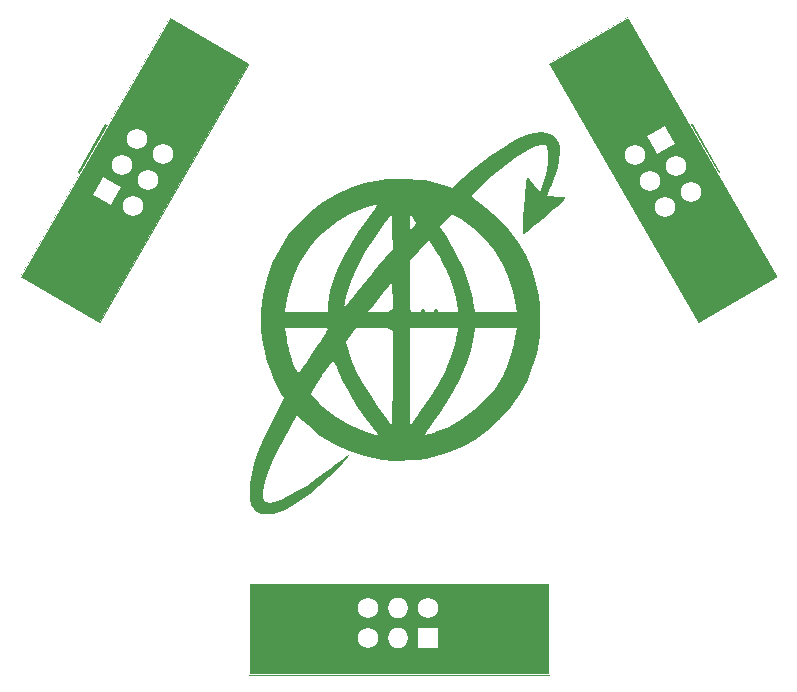
<source format=gbr>
G04 #@! TF.GenerationSoftware,KiCad,Pcbnew,(6.99.0-2452-gdb4f2d9dd8)*
G04 #@! TF.CreationDate,2022-07-29T14:02:09-05:00*
G04 #@! TF.ProjectId,VORTAC SAO Board,564f5254-4143-4205-9341-4f20426f6172,rev?*
G04 #@! TF.SameCoordinates,Original*
G04 #@! TF.FileFunction,Legend,Top*
G04 #@! TF.FilePolarity,Positive*
%FSLAX46Y46*%
G04 Gerber Fmt 4.6, Leading zero omitted, Abs format (unit mm)*
G04 Created by KiCad (PCBNEW (6.99.0-2452-gdb4f2d9dd8)) date 2022-07-29 14:02:09*
%MOMM*%
%LPD*%
G01*
G04 APERTURE LIST*
G04 Aperture macros list*
%AMHorizOval*
0 Thick line with rounded ends*
0 $1 width*
0 $2 $3 position (X,Y) of the first rounded end (center of the circle)*
0 $4 $5 position (X,Y) of the second rounded end (center of the circle)*
0 Add line between two ends*
20,1,$1,$2,$3,$4,$5,0*
0 Add two circle primitives to create the rounded ends*
1,1,$1,$2,$3*
1,1,$1,$4,$5*%
%AMRotRect*
0 Rectangle, with rotation*
0 The origin of the aperture is its center*
0 $1 length*
0 $2 width*
0 $3 Rotation angle, in degrees counterclockwise*
0 Add horizontal line*
21,1,$1,$2,0,0,$3*%
G04 Aperture macros list end*
%ADD10C,0.100000*%
%ADD11C,0.300000*%
%ADD12C,0.500000*%
%ADD13R,1.727200X1.727200*%
%ADD14C,1.727200*%
%ADD15O,1.727200X1.727200*%
%ADD16RotRect,1.727200X1.727200X210.000000*%
%ADD17HorizOval,1.727200X0.000000X0.000000X0.000000X0.000000X0*%
%ADD18RotRect,1.727200X1.727200X330.000000*%
%ADD19HorizOval,1.727200X0.000000X0.000000X0.000000X0.000000X0*%
G04 APERTURE END LIST*
D10*
X127000000Y-113538000D02*
X152400000Y-113538000D01*
X152400000Y-113538000D02*
X152400000Y-121258955D01*
X152400000Y-121258955D02*
X127000000Y-121258955D01*
X127000000Y-121258955D02*
X127000000Y-113538000D01*
G36*
X127000000Y-113538000D02*
G01*
X152400000Y-113538000D01*
X152400000Y-121258955D01*
X127000000Y-121258955D01*
X127000000Y-113538000D01*
G37*
G36*
X127000000Y-69442955D02*
G01*
X114300000Y-91440001D01*
X107613457Y-87579523D01*
X120313457Y-65582478D01*
X127000000Y-69442955D01*
G37*
X127000000Y-69442955D02*
X114300000Y-91440001D01*
X107613457Y-87579523D01*
X120313457Y-65582478D01*
X127000000Y-69442955D01*
G36*
X171786543Y-87579523D02*
G01*
X165100000Y-91440000D01*
X152400000Y-69442955D01*
X159086543Y-65582477D01*
X171786543Y-87579523D01*
G37*
X171786543Y-87579523D02*
X165100000Y-91440000D01*
X152400000Y-69442955D01*
X159086543Y-65582477D01*
X171786543Y-87579523D01*
D11*
X139627428Y-90548460D02*
X139482286Y-90475888D01*
X139482286Y-90475888D02*
X139264571Y-90475888D01*
X139264571Y-90475888D02*
X139046857Y-90548460D01*
X139046857Y-90548460D02*
X138901714Y-90693602D01*
X138901714Y-90693602D02*
X138829143Y-90838745D01*
X138829143Y-90838745D02*
X138756571Y-91129031D01*
X138756571Y-91129031D02*
X138756571Y-91346745D01*
X138756571Y-91346745D02*
X138829143Y-91637031D01*
X138829143Y-91637031D02*
X138901714Y-91782174D01*
X138901714Y-91782174D02*
X139046857Y-91927317D01*
X139046857Y-91927317D02*
X139264571Y-91999888D01*
X139264571Y-91999888D02*
X139409714Y-91999888D01*
X139409714Y-91999888D02*
X139627428Y-91927317D01*
X139627428Y-91927317D02*
X139700000Y-91854745D01*
X139700000Y-91854745D02*
X139700000Y-91346745D01*
X139700000Y-91346745D02*
X139409714Y-91346745D01*
X140570857Y-90475888D02*
X140570857Y-90838745D01*
X140208000Y-90693602D02*
X140570857Y-90838745D01*
X140570857Y-90838745D02*
X140933714Y-90693602D01*
X140353143Y-91129031D02*
X140570857Y-90838745D01*
X140570857Y-90838745D02*
X140788571Y-91129031D01*
X141732000Y-90475888D02*
X141732000Y-90838745D01*
X141369143Y-90693602D02*
X141732000Y-90838745D01*
X141732000Y-90838745D02*
X142094857Y-90693602D01*
X141514286Y-91129031D02*
X141732000Y-90838745D01*
X141732000Y-90838745D02*
X141949714Y-91129031D01*
X142893143Y-90475888D02*
X142893143Y-90838745D01*
X142530286Y-90693602D02*
X142893143Y-90838745D01*
X142893143Y-90838745D02*
X143256000Y-90693602D01*
X142675429Y-91129031D02*
X142893143Y-90838745D01*
X142893143Y-90838745D02*
X143110857Y-91129031D01*
D12*
X146000000Y-119790000D02*
X133400000Y-119790000D01*
X146000000Y-113890000D02*
X146000000Y-119790000D01*
X133400000Y-113890000D02*
X146000000Y-113890000D01*
X133400000Y-119790000D02*
X133400000Y-113890000D01*
G36*
X142049500Y-121043700D02*
G01*
X137350500Y-121043700D01*
X137350500Y-119900700D01*
X142049500Y-119900700D01*
X142049500Y-121043700D01*
G37*
D10*
X142049500Y-121043700D02*
X137350500Y-121043700D01*
X137350500Y-119900700D01*
X142049500Y-119900700D01*
X142049500Y-121043700D01*
D12*
X161456775Y-71809040D02*
X167756775Y-82720960D01*
X167756775Y-82720960D02*
X162647225Y-85670960D01*
X162647225Y-85670960D02*
X156347225Y-74759040D01*
X156347225Y-74759040D02*
X161456775Y-71809040D01*
G36*
X166867261Y-78672877D02*
G01*
X165877394Y-79244377D01*
X163527894Y-75174923D01*
X164517761Y-74603423D01*
X166867261Y-78672877D01*
G37*
D10*
X166867261Y-78672877D02*
X165877394Y-79244377D01*
X163527894Y-75174923D01*
X164517761Y-74603423D01*
X166867261Y-78672877D01*
D12*
X111628850Y-82749600D02*
X117928850Y-71837680D01*
X123038400Y-74787680D02*
X116738400Y-85699600D01*
X117928850Y-71837680D02*
X123038400Y-74787680D01*
X116738400Y-85699600D02*
X111628850Y-82749600D01*
G36*
X115857731Y-75203563D02*
G01*
X113508231Y-79273017D01*
X112518364Y-78701517D01*
X114867864Y-74632063D01*
X115857731Y-75203563D01*
G37*
D10*
X115857731Y-75203563D02*
X113508231Y-79273017D01*
X112518364Y-78701517D01*
X114867864Y-74632063D01*
X115857731Y-75203563D01*
G36*
X129169989Y-96315468D02*
G01*
X128861873Y-95558802D01*
X128586756Y-94759524D01*
X128360534Y-93959662D01*
X128212822Y-93279261D01*
X128135020Y-92690109D01*
X128087643Y-91988866D01*
X128084839Y-91863333D01*
X130109282Y-91863333D01*
X130165397Y-92411048D01*
X130213850Y-92752203D01*
X130293558Y-93179590D01*
X130389793Y-93616473D01*
X130421367Y-93744548D01*
X130529079Y-94123742D01*
X130661298Y-94523305D01*
X130805273Y-94912035D01*
X130948255Y-95258731D01*
X131077494Y-95532191D01*
X131180238Y-95701214D01*
X131236672Y-95739685D01*
X131298862Y-95665446D01*
X131441160Y-95469033D01*
X131650337Y-95169558D01*
X131913163Y-94786135D01*
X132216408Y-94337875D01*
X132494061Y-93923158D01*
X132819663Y-93429514D01*
X133061353Y-93055024D01*
X135226437Y-93055024D01*
X135379186Y-93581012D01*
X135699727Y-94538816D01*
X136109478Y-95500117D01*
X136619464Y-96485245D01*
X137240709Y-97514531D01*
X137984237Y-98608303D01*
X138453604Y-99250500D01*
X138705353Y-99584654D01*
X138919441Y-99863649D01*
X139076454Y-100062570D01*
X139156978Y-100156506D01*
X139162873Y-100160667D01*
X139168631Y-100078699D01*
X139174011Y-99843591D01*
X139178899Y-99471537D01*
X139183183Y-98978729D01*
X139186747Y-98381360D01*
X139189479Y-97695625D01*
X139191264Y-96937715D01*
X139191989Y-96123825D01*
X139192000Y-96012000D01*
X139192000Y-95969667D01*
X140631333Y-95969667D01*
X140632188Y-96785475D01*
X140634640Y-97547378D01*
X140638518Y-98239098D01*
X140643654Y-98844360D01*
X140649876Y-99346886D01*
X140657016Y-99730401D01*
X140664904Y-99978628D01*
X140673370Y-100075290D01*
X140674169Y-100076000D01*
X140737149Y-100011762D01*
X140881341Y-99835117D01*
X141087767Y-99570172D01*
X141337448Y-99241033D01*
X141446439Y-99095110D01*
X142319805Y-97858449D01*
X143048421Y-96690503D01*
X143637710Y-95581743D01*
X144093094Y-94522641D01*
X144172577Y-94304634D01*
X144324173Y-93836753D01*
X144462801Y-93338983D01*
X144577820Y-92856640D01*
X144658588Y-92435042D01*
X144694464Y-92119506D01*
X144695333Y-92078569D01*
X144695333Y-91863333D01*
X140631333Y-91863333D01*
X140631333Y-95969667D01*
X139192000Y-95969667D01*
X139192000Y-91863333D01*
X136087642Y-91863333D01*
X135657039Y-92459179D01*
X135226437Y-93055024D01*
X133061353Y-93055024D01*
X133111475Y-92977362D01*
X133356818Y-92587145D01*
X133543012Y-92279309D01*
X133657377Y-92074299D01*
X133688667Y-91996992D01*
X133671803Y-91952228D01*
X133607524Y-91918577D01*
X133475301Y-91894504D01*
X133254602Y-91878477D01*
X132924897Y-91868963D01*
X132465655Y-91864427D01*
X131898974Y-91863333D01*
X130109282Y-91863333D01*
X128084839Y-91863333D01*
X128070691Y-91230019D01*
X128083445Y-90508667D01*
X130109282Y-90508667D01*
X133688667Y-90508667D01*
X137145771Y-90508667D01*
X139192000Y-90508667D01*
X140631333Y-90508667D01*
X144695333Y-90508667D01*
X144695333Y-90293430D01*
X144658212Y-89891107D01*
X144554387Y-89375244D01*
X144395171Y-88782595D01*
X144191873Y-88149914D01*
X143955803Y-87513952D01*
X143698273Y-86911465D01*
X143576042Y-86656333D01*
X143389057Y-86295774D01*
X143174565Y-85905139D01*
X142948968Y-85511583D01*
X142728667Y-85142261D01*
X142530064Y-84824330D01*
X142369560Y-84584944D01*
X142263557Y-84451260D01*
X142233177Y-84432979D01*
X142160326Y-84501263D01*
X141998048Y-84673340D01*
X141768245Y-84925410D01*
X141492814Y-85233672D01*
X141405114Y-85332923D01*
X140631333Y-86210846D01*
X140631333Y-90508667D01*
X139192000Y-90508667D01*
X139192000Y-89221733D01*
X139187649Y-88784435D01*
X139175646Y-88421382D01*
X139157563Y-88159270D01*
X139134973Y-88024795D01*
X139120904Y-88015233D01*
X139039890Y-88113579D01*
X138876612Y-88316461D01*
X138653661Y-88595452D01*
X138393629Y-88922125D01*
X138119105Y-89268052D01*
X137852681Y-89604806D01*
X137616947Y-89903960D01*
X137434494Y-90137087D01*
X137425362Y-90148833D01*
X137145771Y-90508667D01*
X133688667Y-90508667D01*
X133688667Y-90221686D01*
X133689401Y-90212333D01*
X135101515Y-90212333D01*
X135892198Y-89196333D01*
X136194086Y-88813658D01*
X136574091Y-88339982D01*
X137001063Y-87813669D01*
X137443855Y-87273081D01*
X137871319Y-86756582D01*
X137939383Y-86674939D01*
X139195886Y-85169544D01*
X139172776Y-83685285D01*
X139171436Y-83599217D01*
X140631333Y-83599217D01*
X140927667Y-83312000D01*
X140929873Y-83309746D01*
X143244896Y-83309746D01*
X143816672Y-84220607D01*
X144605538Y-85584984D01*
X145231305Y-86905020D01*
X145694169Y-88181193D01*
X145994326Y-89413980D01*
X146029505Y-89621289D01*
X146170269Y-90508667D01*
X149701042Y-90508667D01*
X149647860Y-90106500D01*
X149392650Y-88777781D01*
X148991233Y-87524001D01*
X148449027Y-86353397D01*
X147771447Y-85274206D01*
X146963912Y-84294666D01*
X146031837Y-83423015D01*
X144980638Y-82667489D01*
X144610667Y-82446274D01*
X144229667Y-82229017D01*
X143737281Y-82769382D01*
X143244896Y-83309746D01*
X140929873Y-83309746D01*
X141099626Y-83136313D01*
X141205913Y-83010338D01*
X141222740Y-82977891D01*
X141171261Y-82892639D01*
X141040552Y-82724504D01*
X140929586Y-82592333D01*
X140637691Y-82253667D01*
X140631333Y-83599217D01*
X139171436Y-83599217D01*
X139149667Y-82201026D01*
X138461425Y-83116346D01*
X137593772Y-84327902D01*
X136857911Y-85478268D01*
X136309590Y-86461323D01*
X136072351Y-86961835D01*
X135834150Y-87533853D01*
X135609960Y-88134520D01*
X135414759Y-88720977D01*
X135263522Y-89250368D01*
X135171226Y-89679834D01*
X135161580Y-89746667D01*
X135101515Y-90212333D01*
X133689401Y-90212333D01*
X133718419Y-89842687D01*
X133801109Y-89350781D01*
X133926883Y-88790327D01*
X134085887Y-88205679D01*
X134250843Y-87690911D01*
X134614375Y-86776589D01*
X135090017Y-85788769D01*
X135658574Y-84760884D01*
X136300855Y-83726366D01*
X136997669Y-82718647D01*
X137445247Y-82126342D01*
X137682475Y-81811232D01*
X137812765Y-81605603D01*
X137844275Y-81494732D01*
X137811337Y-81465497D01*
X137647520Y-81480007D01*
X137364797Y-81552199D01*
X136998315Y-81669467D01*
X136583224Y-81819206D01*
X136154673Y-81988808D01*
X135747810Y-82165668D01*
X135434163Y-82318059D01*
X134566210Y-82839688D01*
X133712026Y-83483987D01*
X132913985Y-84213456D01*
X132214458Y-84990590D01*
X131829042Y-85508853D01*
X131346214Y-86315710D01*
X130919356Y-87216702D01*
X130567369Y-88161254D01*
X130309152Y-89098788D01*
X130165397Y-89960952D01*
X130109282Y-90508667D01*
X128083445Y-90508667D01*
X128084163Y-90468055D01*
X128128059Y-89757462D01*
X128202380Y-89152726D01*
X128212822Y-89092739D01*
X128542693Y-87719993D01*
X129019760Y-86412882D01*
X129634973Y-85181891D01*
X130379278Y-84037509D01*
X131243624Y-82990222D01*
X132218959Y-82050517D01*
X133296230Y-81228883D01*
X134466386Y-80535805D01*
X135720373Y-79981771D01*
X136228667Y-79806139D01*
X136799005Y-79631350D01*
X137294912Y-79500250D01*
X137759037Y-79406872D01*
X138234032Y-79345246D01*
X138762549Y-79309404D01*
X139387239Y-79293377D01*
X139911667Y-79290755D01*
X140666345Y-79298969D01*
X141296957Y-79327295D01*
X141848197Y-79381912D01*
X142364758Y-79468996D01*
X142891333Y-79594728D01*
X143472615Y-79765284D01*
X143572757Y-79796851D01*
X144201159Y-79996406D01*
X145189080Y-79145227D01*
X145924005Y-78529904D01*
X146682717Y-77927323D01*
X147432267Y-77362095D01*
X148139709Y-76858828D01*
X148772095Y-76442131D01*
X148970969Y-76320477D01*
X149765499Y-75892127D01*
X150504981Y-75584325D01*
X151180590Y-75396522D01*
X151783503Y-75328164D01*
X152304898Y-75378702D01*
X152735951Y-75547582D01*
X153067839Y-75834254D01*
X153291738Y-76238166D01*
X153380352Y-76596072D01*
X153395471Y-77069091D01*
X153323350Y-77653513D01*
X153171138Y-78320152D01*
X152945986Y-79039825D01*
X152655044Y-79783348D01*
X152531895Y-80059211D01*
X152249705Y-80669974D01*
X152504769Y-80720987D01*
X152728693Y-80748614D01*
X153043128Y-80767139D01*
X153294586Y-80772000D01*
X153579830Y-80783381D01*
X153791552Y-80813040D01*
X153877196Y-80849433D01*
X153827277Y-80920035D01*
X153666357Y-81080688D01*
X153414506Y-81314235D01*
X153091799Y-81603520D01*
X152718307Y-81931386D01*
X152314103Y-82280678D01*
X151899259Y-82634240D01*
X151493849Y-82974914D01*
X151117943Y-83285545D01*
X150791616Y-83548977D01*
X150534938Y-83748054D01*
X150367984Y-83865619D01*
X150320123Y-83889708D01*
X150275984Y-83897904D01*
X150242683Y-83887894D01*
X150220290Y-83841278D01*
X150208875Y-83739655D01*
X150208509Y-83564624D01*
X150219262Y-83297783D01*
X150241203Y-82920731D01*
X150274404Y-82415067D01*
X150318934Y-81762390D01*
X150328790Y-81618667D01*
X150378741Y-80902792D01*
X150420621Y-80338552D01*
X150456501Y-79908554D01*
X150488447Y-79595404D01*
X150518529Y-79381706D01*
X150548816Y-79250068D01*
X150581376Y-79183094D01*
X150618279Y-79163392D01*
X150620821Y-79163333D01*
X150704716Y-79224693D01*
X150865808Y-79389030D01*
X151075966Y-79626734D01*
X151186607Y-79758921D01*
X151676578Y-80354508D01*
X151832861Y-79907087D01*
X152059449Y-79192311D01*
X152230243Y-78514434D01*
X152342431Y-77895522D01*
X152393196Y-77357636D01*
X152379725Y-76922842D01*
X152299203Y-76613202D01*
X152261402Y-76547801D01*
X152144184Y-76422025D01*
X151990961Y-76377745D01*
X151763201Y-76390458D01*
X151343627Y-76495262D01*
X150827309Y-76721340D01*
X150226450Y-77060339D01*
X149553255Y-77503901D01*
X148819926Y-78043673D01*
X148038669Y-78671299D01*
X147221687Y-79378423D01*
X146694408Y-79860718D01*
X146340069Y-80193953D01*
X146095973Y-80432479D01*
X145947061Y-80595488D01*
X145878270Y-80702167D01*
X145874539Y-80771706D01*
X145920806Y-80823293D01*
X145932408Y-80831553D01*
X147135391Y-81725448D01*
X148179386Y-82646348D01*
X149074208Y-83607897D01*
X149829675Y-84623741D01*
X150455604Y-85707523D01*
X150961809Y-86872889D01*
X151358110Y-88133483D01*
X151449436Y-88499951D01*
X151528499Y-88849272D01*
X151586736Y-89155515D01*
X151627345Y-89455793D01*
X151653521Y-89787219D01*
X151668462Y-90186906D01*
X151675363Y-90691965D01*
X151677153Y-91143667D01*
X151671591Y-91903180D01*
X151647762Y-92535772D01*
X151599662Y-93083410D01*
X151521289Y-93588062D01*
X151406641Y-94091694D01*
X151249716Y-94636275D01*
X151120131Y-95038333D01*
X150625711Y-96296345D01*
X150004550Y-97459134D01*
X149243942Y-98547081D01*
X148331179Y-99580564D01*
X148214784Y-99697939D01*
X147207073Y-100607927D01*
X146153652Y-101367343D01*
X145031012Y-101989404D01*
X143815642Y-102487328D01*
X142627020Y-102839264D01*
X142056264Y-102951013D01*
X141369021Y-103036761D01*
X140616487Y-103094102D01*
X139849857Y-103120629D01*
X139120327Y-103113934D01*
X138479092Y-103071610D01*
X138261238Y-103044525D01*
X136855852Y-102757388D01*
X135517989Y-102318771D01*
X134256055Y-101732794D01*
X133078455Y-101003581D01*
X131993595Y-100135254D01*
X131630536Y-99792519D01*
X131090458Y-99260359D01*
X130488288Y-100324346D01*
X129959582Y-101292471D01*
X129492122Y-102217302D01*
X129090312Y-103086624D01*
X128758555Y-103888220D01*
X128501252Y-104609874D01*
X128322808Y-105239369D01*
X128227624Y-105764490D01*
X128220102Y-106173019D01*
X128289295Y-106426000D01*
X128474769Y-106605361D01*
X128777587Y-106664924D01*
X129195954Y-106605226D01*
X129728079Y-106426804D01*
X130372167Y-106130192D01*
X131126425Y-105715929D01*
X131582919Y-105441011D01*
X131909752Y-105228385D01*
X132337856Y-104934523D01*
X132835251Y-104582678D01*
X133369959Y-104196107D01*
X133910001Y-103798063D01*
X134423399Y-103411803D01*
X134878174Y-103060580D01*
X135108749Y-102877023D01*
X135354384Y-102691185D01*
X135487547Y-102618798D01*
X135513242Y-102651351D01*
X135436468Y-102780335D01*
X135262226Y-102997239D01*
X134995519Y-103293553D01*
X134658088Y-103643858D01*
X133809368Y-104471234D01*
X132972986Y-105226729D01*
X132164649Y-105898171D01*
X131400065Y-106473387D01*
X130694943Y-106940206D01*
X130064990Y-107286456D01*
X129812260Y-107398862D01*
X129402629Y-107531697D01*
X128959003Y-107621484D01*
X128537300Y-107661049D01*
X128193440Y-107643215D01*
X128093349Y-107619425D01*
X127709852Y-107446574D01*
X127427707Y-107197359D01*
X127236510Y-106851865D01*
X127125855Y-106390180D01*
X127085338Y-105792388D01*
X127084667Y-105688871D01*
X127129552Y-104983122D01*
X127266511Y-104207978D01*
X127499001Y-103353258D01*
X127830478Y-102408780D01*
X128264397Y-101364362D01*
X128804216Y-100209823D01*
X129235327Y-99353188D01*
X130023183Y-97826042D01*
X129821635Y-97532854D01*
X129764413Y-97437253D01*
X132311506Y-97437253D01*
X132323003Y-97515453D01*
X132448029Y-97682179D01*
X132676893Y-97927634D01*
X132980655Y-98225460D01*
X133330373Y-98549300D01*
X133697107Y-98872794D01*
X134051916Y-99169584D01*
X134365858Y-99413313D01*
X134539584Y-99534226D01*
X135395971Y-100028317D01*
X136320772Y-100456773D01*
X137233348Y-100782299D01*
X137246646Y-100786241D01*
X137569516Y-100881246D01*
X137823947Y-100955349D01*
X137971453Y-100997376D01*
X137992562Y-101002827D01*
X137967995Y-100948496D01*
X137928751Y-100893655D01*
X141953969Y-100893655D01*
X141983478Y-100922667D01*
X142132284Y-100897332D01*
X142390826Y-100830222D01*
X142708729Y-100734677D01*
X142779439Y-100711882D01*
X143984872Y-100232936D01*
X145103934Y-99615590D01*
X146125900Y-98869813D01*
X147040048Y-98005572D01*
X147835655Y-97032836D01*
X148501998Y-95961572D01*
X148967142Y-94959901D01*
X149149862Y-94442899D01*
X149327990Y-93839354D01*
X149484071Y-93216555D01*
X149600651Y-92641789D01*
X149644114Y-92350167D01*
X149702851Y-91863333D01*
X146160327Y-91863333D01*
X146059245Y-92585899D01*
X145810788Y-93799900D01*
X145399159Y-95057284D01*
X144824684Y-96357361D01*
X144087687Y-97699439D01*
X143188494Y-99082826D01*
X142669945Y-99800833D01*
X142345788Y-100242785D01*
X142122827Y-100565013D01*
X141994432Y-100778357D01*
X141953969Y-100893655D01*
X137928751Y-100893655D01*
X137869637Y-100811046D01*
X137865562Y-100805742D01*
X136932319Y-99550159D01*
X136133380Y-98380490D01*
X135463048Y-97287393D01*
X134915626Y-96261526D01*
X134485418Y-95293546D01*
X134451757Y-95207667D01*
X134341165Y-94934159D01*
X134248175Y-94725245D01*
X134197740Y-94633508D01*
X134135311Y-94679759D01*
X133994354Y-94847237D01*
X133789912Y-95116036D01*
X133537029Y-95466250D01*
X133250747Y-95877974D01*
X133191136Y-95965464D01*
X132856713Y-96462912D01*
X132611528Y-96840980D01*
X132445591Y-97117503D01*
X132348914Y-97310316D01*
X132311506Y-97437253D01*
X129764413Y-97437253D01*
X129495208Y-96987495D01*
X129169989Y-96315468D01*
G37*
%LPC*%
X171786543Y-87579523D02*
X165100000Y-91440000D01*
X152400000Y-113437045D01*
X152400000Y-121158000D01*
X127000000Y-121158000D01*
X127000000Y-113437045D01*
X114300000Y-91440001D01*
X107613457Y-87579523D01*
X120313457Y-65582478D01*
X127000000Y-69442955D01*
X152400000Y-69442955D01*
X159086543Y-65582477D01*
X171786543Y-87579523D01*
D13*
X142179999Y-118089999D03*
D14*
X142180000Y-115550000D03*
D15*
X139639999Y-118089999D03*
X139639999Y-115549999D03*
D14*
X137100000Y-118090000D03*
X137100000Y-115550000D03*
D16*
X161894531Y-75967256D03*
D14*
X159694827Y-77237257D03*
D17*
X163164531Y-78166961D03*
X160964826Y-79436961D03*
D14*
X164434532Y-80366666D03*
X162234827Y-81636666D03*
D13*
X137219999Y-72409999D03*
D14*
X137220000Y-74950000D03*
D15*
X139759999Y-72409999D03*
X139759999Y-74949999D03*
D14*
X142300000Y-72410000D03*
X142300000Y-74950000D03*
D18*
X115011092Y-80291382D03*
D14*
X117210798Y-81561383D03*
D19*
X116281092Y-78091677D03*
X118480797Y-79361677D03*
D14*
X117551093Y-75891974D03*
X119750798Y-77161974D03*
M02*

</source>
